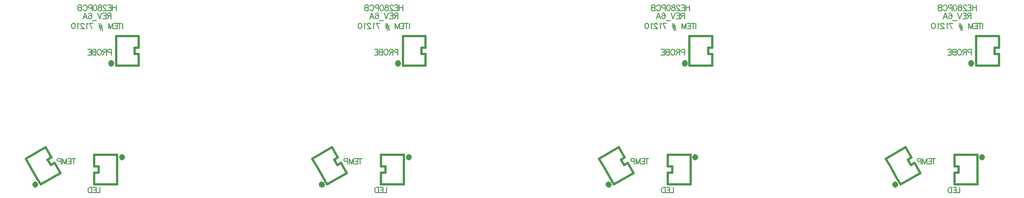
<source format=gbo>
G04 Layer_Color=32896*
%FSLAX24Y24*%
%MOIN*%
G70*
G01*
G75*
%ADD63C,0.0157*%
%ADD64C,0.0433*%
%ADD66C,0.0077*%
D63*
X12457Y13346D02*
X14150D01*
X12457D02*
X12457Y14055D01*
X12457Y14843D01*
X12457Y15551D02*
X12457Y14843D01*
X12457Y15551D02*
X14150D01*
Y13346D02*
Y14213D01*
X13835D02*
X14150D01*
X13835Y14685D02*
X13835Y14213D01*
X13835Y14685D02*
X14150Y14685D01*
Y15551D01*
X6857Y4524D02*
X8323Y5370D01*
X6502Y5137D02*
X6857Y4524D01*
X6108Y5819D02*
X6502Y5137D01*
X5754Y6433D02*
X6108Y5819D01*
X5754Y6433D02*
X7220Y7279D01*
X7890Y6120D02*
X8323Y5370D01*
X7617Y5963D02*
X7890Y6120D01*
X7381Y6372D02*
X7617Y5963D01*
X7381Y6372D02*
X7653Y6529D01*
X7220Y7279D02*
X7653Y6529D01*
X10849Y6722D02*
X12542D01*
Y6013D02*
Y6722D01*
Y5226D02*
Y6013D01*
Y4517D02*
Y5226D01*
X10849Y4517D02*
X12542D01*
X10849Y5856D02*
Y6722D01*
Y5856D02*
X11164Y5856D01*
Y5383D02*
Y5856D01*
X10849Y5383D02*
X11164D01*
X10849Y4517D02*
Y5383D01*
X33717Y13346D02*
X35410D01*
X33717D02*
X33717Y14055D01*
X33717Y14843D01*
X33717Y15551D02*
X33717Y14843D01*
X33717Y15551D02*
X35410D01*
Y13346D02*
Y14213D01*
X35095D02*
X35410D01*
X35095Y14685D02*
X35095Y14213D01*
X35095Y14685D02*
X35410Y14685D01*
Y15551D01*
X28116Y4524D02*
X29582Y5370D01*
X27762Y5137D02*
X28116Y4524D01*
X27368Y5819D02*
X27762Y5137D01*
X27014Y6433D02*
X27368Y5819D01*
X27014Y6433D02*
X28480Y7279D01*
X29149Y6120D02*
X29582Y5370D01*
X28877Y5963D02*
X29149Y6120D01*
X28640Y6372D02*
X28877Y5963D01*
X28640Y6372D02*
X28913Y6529D01*
X28480Y7279D02*
X28913Y6529D01*
X32109Y6722D02*
X33802D01*
Y6013D02*
Y6722D01*
Y5226D02*
Y6013D01*
Y4517D02*
Y5226D01*
X32109Y4517D02*
X33802D01*
X32109Y5856D02*
Y6722D01*
Y5856D02*
X32424Y5856D01*
Y5383D02*
Y5856D01*
X32109Y5383D02*
X32424D01*
X32109Y4517D02*
Y5383D01*
X54977Y13346D02*
X56670D01*
X54977D02*
X54977Y14055D01*
X54977Y14843D01*
X54977Y15551D02*
X54977Y14843D01*
X54977Y15551D02*
X56670D01*
Y13346D02*
Y14213D01*
X56355D02*
X56670D01*
X56355Y14685D02*
X56355Y14213D01*
X56355Y14685D02*
X56670Y14685D01*
Y15551D01*
X49376Y4524D02*
X50842Y5370D01*
X49022Y5137D02*
X49376Y4524D01*
X48628Y5819D02*
X49022Y5137D01*
X48274Y6433D02*
X48628Y5819D01*
X48274Y6433D02*
X49740Y7279D01*
X50409Y6120D02*
X50842Y5370D01*
X50136Y5963D02*
X50409Y6120D01*
X49900Y6372D02*
X50136Y5963D01*
X49900Y6372D02*
X50173Y6529D01*
X49740Y7279D02*
X50173Y6529D01*
X53369Y6722D02*
X55062D01*
Y6013D02*
Y6722D01*
Y5226D02*
Y6013D01*
Y4517D02*
Y5226D01*
X53369Y4517D02*
X55062D01*
X53369Y5856D02*
Y6722D01*
Y5856D02*
X53684Y5856D01*
Y5383D02*
Y5856D01*
X53369Y5383D02*
X53684D01*
X53369Y4517D02*
Y5383D01*
X76237Y13346D02*
X77930D01*
X76237D02*
X76237Y14055D01*
X76237Y14843D01*
X76237Y15551D02*
X76237Y14843D01*
X76237Y15551D02*
X77930D01*
Y13346D02*
Y14213D01*
X77615D02*
X77930D01*
X77615Y14685D02*
X77615Y14213D01*
X77615Y14685D02*
X77930Y14685D01*
Y15551D01*
X70636Y4524D02*
X72102Y5370D01*
X70282Y5137D02*
X70636Y4524D01*
X69888Y5819D02*
X70282Y5137D01*
X69534Y6433D02*
X69888Y5819D01*
X69534Y6433D02*
X71000Y7279D01*
X71669Y6120D02*
X72102Y5370D01*
X71396Y5963D02*
X71669Y6120D01*
X71160Y6372D02*
X71396Y5963D01*
X71160Y6372D02*
X71433Y6529D01*
X71000Y7279D02*
X71433Y6529D01*
X74629Y6722D02*
X76322D01*
Y6013D02*
Y6722D01*
Y5226D02*
Y6013D01*
Y4517D02*
Y5226D01*
X74629Y4517D02*
X76322D01*
X74629Y5856D02*
Y6722D01*
Y5856D02*
X74944Y5856D01*
Y5383D02*
Y5856D01*
X74629Y5383D02*
X74944D01*
X74629Y4517D02*
Y5383D01*
D64*
X12103Y13504D02*
X12103Y13543D01*
X6451Y4517D02*
X6471Y4483D01*
X12897Y6525D02*
Y6564D01*
X33363Y13504D02*
X33363Y13543D01*
X27711Y4517D02*
X27731Y4483D01*
X34157Y6525D02*
Y6564D01*
X54623Y13504D02*
X54623Y13543D01*
X48971Y4517D02*
X48991Y4483D01*
X55416Y6525D02*
Y6564D01*
X75883Y13504D02*
X75883Y13543D01*
X70231Y4517D02*
X70250Y4483D01*
X76676Y6525D02*
Y6564D01*
D66*
X12100Y17243D02*
Y16833D01*
Y17243D02*
X11924D01*
X11866Y17223D01*
X11846Y17204D01*
X11827Y17165D01*
Y17126D01*
X11846Y17087D01*
X11866Y17067D01*
X11924Y17047D01*
X12100D01*
X11963D02*
X11827Y16833D01*
X11481Y17243D02*
X11735D01*
Y16833D01*
X11481D01*
X11735Y17047D02*
X11579D01*
X11413Y17243D02*
X11257Y16833D01*
X11100Y17243D02*
X11257Y16833D01*
X11048Y16696D02*
X10735D01*
X10448Y17184D02*
X10468Y17223D01*
X10526Y17243D01*
X10565D01*
X10624Y17223D01*
X10663Y17165D01*
X10682Y17067D01*
Y16969D01*
X10663Y16891D01*
X10624Y16852D01*
X10565Y16833D01*
X10546D01*
X10487Y16852D01*
X10448Y16891D01*
X10429Y16950D01*
Y16969D01*
X10448Y17028D01*
X10487Y17067D01*
X10546Y17087D01*
X10565D01*
X10624Y17067D01*
X10663Y17028D01*
X10682Y16969D01*
X10026Y16833D02*
X10183Y17243D01*
X10339Y16833D01*
X10280Y16969D02*
X10085D01*
X12489Y17849D02*
Y17439D01*
X12215Y17849D02*
Y17439D01*
X12489Y17654D02*
X12215D01*
X11848Y17849D02*
X12102D01*
Y17439D01*
X11848D01*
X12102Y17654D02*
X11946D01*
X11760Y17752D02*
Y17771D01*
X11741Y17810D01*
X11721Y17830D01*
X11682Y17849D01*
X11604D01*
X11565Y17830D01*
X11545Y17810D01*
X11526Y17771D01*
Y17732D01*
X11545Y17693D01*
X11585Y17635D01*
X11780Y17439D01*
X11506D01*
X11317Y17849D02*
X11376Y17830D01*
X11395Y17791D01*
Y17752D01*
X11376Y17713D01*
X11337Y17693D01*
X11258Y17674D01*
X11200Y17654D01*
X11161Y17615D01*
X11141Y17576D01*
Y17517D01*
X11161Y17478D01*
X11180Y17459D01*
X11239Y17439D01*
X11317D01*
X11376Y17459D01*
X11395Y17478D01*
X11415Y17517D01*
Y17576D01*
X11395Y17615D01*
X11356Y17654D01*
X11298Y17674D01*
X11219Y17693D01*
X11180Y17713D01*
X11161Y17752D01*
Y17791D01*
X11180Y17830D01*
X11239Y17849D01*
X11317D01*
X10932D02*
X10991Y17830D01*
X11030Y17771D01*
X11050Y17674D01*
Y17615D01*
X11030Y17517D01*
X10991Y17459D01*
X10932Y17439D01*
X10893D01*
X10835Y17459D01*
X10796Y17517D01*
X10776Y17615D01*
Y17674D01*
X10796Y17771D01*
X10835Y17830D01*
X10893Y17849D01*
X10932D01*
X10684Y17635D02*
X10509D01*
X10450Y17654D01*
X10431Y17674D01*
X10411Y17713D01*
Y17771D01*
X10431Y17810D01*
X10450Y17830D01*
X10509Y17849D01*
X10684D01*
Y17439D01*
X10026Y17752D02*
X10046Y17791D01*
X10085Y17830D01*
X10124Y17849D01*
X10202D01*
X10241Y17830D01*
X10280Y17791D01*
X10300Y17752D01*
X10319Y17693D01*
Y17596D01*
X10300Y17537D01*
X10280Y17498D01*
X10241Y17459D01*
X10202Y17439D01*
X10124D01*
X10085Y17459D01*
X10046Y17498D01*
X10026Y17537D01*
X9911Y17849D02*
Y17439D01*
Y17849D02*
X9736D01*
X9677Y17830D01*
X9657Y17810D01*
X9638Y17771D01*
Y17732D01*
X9657Y17693D01*
X9677Y17674D01*
X9736Y17654D01*
X9911D02*
X9736D01*
X9677Y17635D01*
X9657Y17615D01*
X9638Y17576D01*
Y17517D01*
X9657Y17478D01*
X9677Y17459D01*
X9736Y17439D01*
X9911D01*
X12961Y16499D02*
Y16089D01*
X12738Y16499D02*
Y16089D01*
X12875Y16499D02*
X12602D01*
X12299D02*
X12553D01*
Y16089D01*
X12299D01*
X12553Y16304D02*
X12397D01*
X12231Y16499D02*
Y16089D01*
Y16499D02*
X12075Y16089D01*
X11918Y16499D02*
X12075Y16089D01*
X11918Y16499D02*
Y16089D01*
X11323Y16499D02*
X11460Y15953D01*
X11206Y16499D02*
X11342Y15953D01*
X11460Y16285D02*
X11186D01*
X11479Y16167D02*
X11206D01*
X10497Y16499D02*
X10692Y16089D01*
X10770Y16499D02*
X10497D01*
X10405Y16421D02*
X10366Y16441D01*
X10308Y16499D01*
Y16089D01*
X10085Y16402D02*
Y16421D01*
X10065Y16460D01*
X10046Y16480D01*
X10007Y16499D01*
X9929D01*
X9890Y16480D01*
X9870Y16460D01*
X9851Y16421D01*
Y16382D01*
X9870Y16343D01*
X9909Y16285D01*
X10105Y16089D01*
X9831D01*
X9739Y16421D02*
X9700Y16441D01*
X9642Y16499D01*
Y16089D01*
X9322Y16499D02*
X9380Y16480D01*
X9419Y16421D01*
X9439Y16324D01*
Y16265D01*
X9419Y16167D01*
X9380Y16109D01*
X9322Y16089D01*
X9283D01*
X9224Y16109D01*
X9185Y16167D01*
X9165Y16265D01*
Y16324D01*
X9185Y16421D01*
X9224Y16480D01*
X9283Y16499D01*
X9322D01*
X12120Y14335D02*
X11944D01*
X11886Y14354D01*
X11866Y14374D01*
X11847Y14413D01*
Y14471D01*
X11866Y14510D01*
X11886Y14530D01*
X11944Y14549D01*
X12120D01*
Y14139D01*
X11755Y14549D02*
Y14139D01*
Y14549D02*
X11579D01*
X11521Y14530D01*
X11501Y14510D01*
X11482Y14471D01*
Y14432D01*
X11501Y14393D01*
X11521Y14374D01*
X11579Y14354D01*
X11755D01*
X11618D02*
X11482Y14139D01*
X11273Y14549D02*
X11312Y14530D01*
X11351Y14491D01*
X11370Y14452D01*
X11390Y14393D01*
Y14296D01*
X11370Y14237D01*
X11351Y14198D01*
X11312Y14159D01*
X11273Y14139D01*
X11195D01*
X11155Y14159D01*
X11116Y14198D01*
X11097Y14237D01*
X11077Y14296D01*
Y14393D01*
X11097Y14452D01*
X11116Y14491D01*
X11155Y14530D01*
X11195Y14549D01*
X11273D01*
X10982D02*
Y14139D01*
Y14549D02*
X10806D01*
X10747Y14530D01*
X10728Y14510D01*
X10708Y14471D01*
Y14432D01*
X10728Y14393D01*
X10747Y14374D01*
X10806Y14354D01*
X10982D02*
X10806D01*
X10747Y14335D01*
X10728Y14315D01*
X10708Y14276D01*
Y14217D01*
X10728Y14178D01*
X10747Y14159D01*
X10806Y14139D01*
X10982D01*
X10363Y14549D02*
X10617D01*
Y14139D01*
X10363D01*
X10617Y14354D02*
X10460D01*
X9323Y6429D02*
Y6019D01*
X9460Y6429D02*
X9187D01*
X8884D02*
X9138D01*
Y6019D01*
X8884D01*
X9138Y6234D02*
X8982D01*
X8816Y6429D02*
Y6019D01*
Y6429D02*
X8659Y6019D01*
X8503Y6429D02*
X8659Y6019D01*
X8503Y6429D02*
Y6019D01*
X8386Y6215D02*
X8210D01*
X8152Y6234D01*
X8132Y6254D01*
X8113Y6293D01*
Y6351D01*
X8132Y6390D01*
X8152Y6410D01*
X8210Y6429D01*
X8386D01*
Y6019D01*
X11270Y4289D02*
Y3879D01*
X11036D01*
X10737Y4289D02*
X10991D01*
Y3879D01*
X10737D01*
X10991Y4094D02*
X10835D01*
X10669Y4289D02*
Y3879D01*
Y4289D02*
X10532D01*
X10473Y4270D01*
X10434Y4231D01*
X10415Y4192D01*
X10395Y4133D01*
Y4036D01*
X10415Y3977D01*
X10434Y3938D01*
X10473Y3899D01*
X10532Y3879D01*
X10669D01*
X33360Y17243D02*
Y16833D01*
Y17243D02*
X33184D01*
X33126Y17223D01*
X33106Y17204D01*
X33086Y17165D01*
Y17126D01*
X33106Y17087D01*
X33126Y17067D01*
X33184Y17047D01*
X33360D01*
X33223D02*
X33086Y16833D01*
X32741Y17243D02*
X32995D01*
Y16833D01*
X32741D01*
X32995Y17047D02*
X32839D01*
X32673Y17243D02*
X32516Y16833D01*
X32360Y17243D02*
X32516Y16833D01*
X32307Y16696D02*
X31995D01*
X31708Y17184D02*
X31728Y17223D01*
X31786Y17243D01*
X31825D01*
X31884Y17223D01*
X31923Y17165D01*
X31942Y17067D01*
Y16969D01*
X31923Y16891D01*
X31884Y16852D01*
X31825Y16833D01*
X31806D01*
X31747Y16852D01*
X31708Y16891D01*
X31688Y16950D01*
Y16969D01*
X31708Y17028D01*
X31747Y17067D01*
X31806Y17087D01*
X31825D01*
X31884Y17067D01*
X31923Y17028D01*
X31942Y16969D01*
X31286Y16833D02*
X31442Y17243D01*
X31599Y16833D01*
X31540Y16969D02*
X31345D01*
X33748Y17849D02*
Y17439D01*
X33475Y17849D02*
Y17439D01*
X33748Y17654D02*
X33475D01*
X33108Y17849D02*
X33362D01*
Y17439D01*
X33108D01*
X33362Y17654D02*
X33206D01*
X33020Y17752D02*
Y17771D01*
X33001Y17810D01*
X32981Y17830D01*
X32942Y17849D01*
X32864D01*
X32825Y17830D01*
X32805Y17810D01*
X32786Y17771D01*
Y17732D01*
X32805Y17693D01*
X32844Y17635D01*
X33040Y17439D01*
X32766D01*
X32577Y17849D02*
X32635Y17830D01*
X32655Y17791D01*
Y17752D01*
X32635Y17713D01*
X32596Y17693D01*
X32518Y17674D01*
X32460Y17654D01*
X32421Y17615D01*
X32401Y17576D01*
Y17517D01*
X32421Y17478D01*
X32440Y17459D01*
X32499Y17439D01*
X32577D01*
X32635Y17459D01*
X32655Y17478D01*
X32675Y17517D01*
Y17576D01*
X32655Y17615D01*
X32616Y17654D01*
X32557Y17674D01*
X32479Y17693D01*
X32440Y17713D01*
X32421Y17752D01*
Y17791D01*
X32440Y17830D01*
X32499Y17849D01*
X32577D01*
X32192D02*
X32251Y17830D01*
X32290Y17771D01*
X32309Y17674D01*
Y17615D01*
X32290Y17517D01*
X32251Y17459D01*
X32192Y17439D01*
X32153D01*
X32095Y17459D01*
X32056Y17517D01*
X32036Y17615D01*
Y17674D01*
X32056Y17771D01*
X32095Y17830D01*
X32153Y17849D01*
X32192D01*
X31944Y17635D02*
X31769D01*
X31710Y17654D01*
X31690Y17674D01*
X31671Y17713D01*
Y17771D01*
X31690Y17810D01*
X31710Y17830D01*
X31769Y17849D01*
X31944D01*
Y17439D01*
X31286Y17752D02*
X31306Y17791D01*
X31345Y17830D01*
X31384Y17849D01*
X31462D01*
X31501Y17830D01*
X31540Y17791D01*
X31560Y17752D01*
X31579Y17693D01*
Y17596D01*
X31560Y17537D01*
X31540Y17498D01*
X31501Y17459D01*
X31462Y17439D01*
X31384D01*
X31345Y17459D01*
X31306Y17498D01*
X31286Y17537D01*
X31171Y17849D02*
Y17439D01*
Y17849D02*
X30995D01*
X30937Y17830D01*
X30917Y17810D01*
X30898Y17771D01*
Y17732D01*
X30917Y17693D01*
X30937Y17674D01*
X30995Y17654D01*
X31171D02*
X30995D01*
X30937Y17635D01*
X30917Y17615D01*
X30898Y17576D01*
Y17517D01*
X30917Y17478D01*
X30937Y17459D01*
X30995Y17439D01*
X31171D01*
X34221Y16499D02*
Y16089D01*
X33998Y16499D02*
Y16089D01*
X34135Y16499D02*
X33862D01*
X33559D02*
X33813D01*
Y16089D01*
X33559D01*
X33813Y16304D02*
X33657D01*
X33491Y16499D02*
Y16089D01*
Y16499D02*
X33334Y16089D01*
X33178Y16499D02*
X33334Y16089D01*
X33178Y16499D02*
Y16089D01*
X32583Y16499D02*
X32719Y15953D01*
X32466Y16499D02*
X32602Y15953D01*
X32719Y16285D02*
X32446D01*
X32739Y16167D02*
X32466D01*
X31757Y16499D02*
X31952Y16089D01*
X32030Y16499D02*
X31757D01*
X31665Y16421D02*
X31626Y16441D01*
X31567Y16499D01*
Y16089D01*
X31345Y16402D02*
Y16421D01*
X31325Y16460D01*
X31306Y16480D01*
X31267Y16499D01*
X31189D01*
X31150Y16480D01*
X31130Y16460D01*
X31111Y16421D01*
Y16382D01*
X31130Y16343D01*
X31169Y16285D01*
X31364Y16089D01*
X31091D01*
X30999Y16421D02*
X30960Y16441D01*
X30902Y16499D01*
Y16089D01*
X30581Y16499D02*
X30640Y16480D01*
X30679Y16421D01*
X30699Y16324D01*
Y16265D01*
X30679Y16167D01*
X30640Y16109D01*
X30581Y16089D01*
X30542D01*
X30484Y16109D01*
X30445Y16167D01*
X30425Y16265D01*
Y16324D01*
X30445Y16421D01*
X30484Y16480D01*
X30542Y16499D01*
X30581D01*
X33380Y14335D02*
X33204D01*
X33146Y14354D01*
X33126Y14374D01*
X33106Y14413D01*
Y14471D01*
X33126Y14510D01*
X33146Y14530D01*
X33204Y14549D01*
X33380D01*
Y14139D01*
X33015Y14549D02*
Y14139D01*
Y14549D02*
X32839D01*
X32780Y14530D01*
X32761Y14510D01*
X32741Y14471D01*
Y14432D01*
X32761Y14393D01*
X32780Y14374D01*
X32839Y14354D01*
X33015D01*
X32878D02*
X32741Y14139D01*
X32532Y14549D02*
X32572Y14530D01*
X32611Y14491D01*
X32630Y14452D01*
X32650Y14393D01*
Y14296D01*
X32630Y14237D01*
X32611Y14198D01*
X32572Y14159D01*
X32532Y14139D01*
X32454D01*
X32415Y14159D01*
X32376Y14198D01*
X32357Y14237D01*
X32337Y14296D01*
Y14393D01*
X32357Y14452D01*
X32376Y14491D01*
X32415Y14530D01*
X32454Y14549D01*
X32532D01*
X32242D02*
Y14139D01*
Y14549D02*
X32066D01*
X32007Y14530D01*
X31988Y14510D01*
X31968Y14471D01*
Y14432D01*
X31988Y14393D01*
X32007Y14374D01*
X32066Y14354D01*
X32242D02*
X32066D01*
X32007Y14335D01*
X31988Y14315D01*
X31968Y14276D01*
Y14217D01*
X31988Y14178D01*
X32007Y14159D01*
X32066Y14139D01*
X32242D01*
X31623Y14549D02*
X31876D01*
Y14139D01*
X31623D01*
X31876Y14354D02*
X31720D01*
X30583Y6429D02*
Y6019D01*
X30720Y6429D02*
X30446D01*
X30144D02*
X30398D01*
Y6019D01*
X30144D01*
X30398Y6234D02*
X30241D01*
X30076Y6429D02*
Y6019D01*
Y6429D02*
X29919Y6019D01*
X29763Y6429D02*
X29919Y6019D01*
X29763Y6429D02*
Y6019D01*
X29646Y6215D02*
X29470D01*
X29412Y6234D01*
X29392Y6254D01*
X29373Y6293D01*
Y6351D01*
X29392Y6390D01*
X29412Y6410D01*
X29470Y6429D01*
X29646D01*
Y6019D01*
X32530Y4289D02*
Y3879D01*
X32296D01*
X31997Y4289D02*
X32251D01*
Y3879D01*
X31997D01*
X32251Y4094D02*
X32094D01*
X31928Y4289D02*
Y3879D01*
Y4289D02*
X31792D01*
X31733Y4270D01*
X31694Y4231D01*
X31675Y4192D01*
X31655Y4133D01*
Y4036D01*
X31675Y3977D01*
X31694Y3938D01*
X31733Y3899D01*
X31792Y3879D01*
X31928D01*
X54620Y17243D02*
Y16833D01*
Y17243D02*
X54444D01*
X54385Y17223D01*
X54366Y17204D01*
X54346Y17165D01*
Y17126D01*
X54366Y17087D01*
X54385Y17067D01*
X54444Y17047D01*
X54620D01*
X54483D02*
X54346Y16833D01*
X54001Y17243D02*
X54255D01*
Y16833D01*
X54001D01*
X54255Y17047D02*
X54098D01*
X53932Y17243D02*
X53776Y16833D01*
X53620Y17243D02*
X53776Y16833D01*
X53567Y16696D02*
X53255D01*
X52968Y17184D02*
X52987Y17223D01*
X53046Y17243D01*
X53085D01*
X53144Y17223D01*
X53183Y17165D01*
X53202Y17067D01*
Y16969D01*
X53183Y16891D01*
X53144Y16852D01*
X53085Y16833D01*
X53065D01*
X53007Y16852D01*
X52968Y16891D01*
X52948Y16950D01*
Y16969D01*
X52968Y17028D01*
X53007Y17067D01*
X53065Y17087D01*
X53085D01*
X53144Y17067D01*
X53183Y17028D01*
X53202Y16969D01*
X52546Y16833D02*
X52702Y17243D01*
X52859Y16833D01*
X52800Y16969D02*
X52605D01*
X55008Y17849D02*
Y17439D01*
X54735Y17849D02*
Y17439D01*
X55008Y17654D02*
X54735D01*
X54368Y17849D02*
X54622D01*
Y17439D01*
X54368D01*
X54622Y17654D02*
X54465D01*
X54280Y17752D02*
Y17771D01*
X54260Y17810D01*
X54241Y17830D01*
X54202Y17849D01*
X54124D01*
X54085Y17830D01*
X54065Y17810D01*
X54046Y17771D01*
Y17732D01*
X54065Y17693D01*
X54104Y17635D01*
X54299Y17439D01*
X54026D01*
X53837Y17849D02*
X53895Y17830D01*
X53915Y17791D01*
Y17752D01*
X53895Y17713D01*
X53856Y17693D01*
X53778Y17674D01*
X53720Y17654D01*
X53681Y17615D01*
X53661Y17576D01*
Y17517D01*
X53681Y17478D01*
X53700Y17459D01*
X53759Y17439D01*
X53837D01*
X53895Y17459D01*
X53915Y17478D01*
X53934Y17517D01*
Y17576D01*
X53915Y17615D01*
X53876Y17654D01*
X53817Y17674D01*
X53739Y17693D01*
X53700Y17713D01*
X53681Y17752D01*
Y17791D01*
X53700Y17830D01*
X53759Y17849D01*
X53837D01*
X53452D02*
X53511Y17830D01*
X53550Y17771D01*
X53569Y17674D01*
Y17615D01*
X53550Y17517D01*
X53511Y17459D01*
X53452Y17439D01*
X53413D01*
X53354Y17459D01*
X53315Y17517D01*
X53296Y17615D01*
Y17674D01*
X53315Y17771D01*
X53354Y17830D01*
X53413Y17849D01*
X53452D01*
X53204Y17635D02*
X53028D01*
X52970Y17654D01*
X52950Y17674D01*
X52931Y17713D01*
Y17771D01*
X52950Y17810D01*
X52970Y17830D01*
X53028Y17849D01*
X53204D01*
Y17439D01*
X52546Y17752D02*
X52566Y17791D01*
X52605Y17830D01*
X52644Y17849D01*
X52722D01*
X52761Y17830D01*
X52800Y17791D01*
X52819Y17752D01*
X52839Y17693D01*
Y17596D01*
X52819Y17537D01*
X52800Y17498D01*
X52761Y17459D01*
X52722Y17439D01*
X52644D01*
X52605Y17459D01*
X52566Y17498D01*
X52546Y17537D01*
X52431Y17849D02*
Y17439D01*
Y17849D02*
X52255D01*
X52197Y17830D01*
X52177Y17810D01*
X52158Y17771D01*
Y17732D01*
X52177Y17693D01*
X52197Y17674D01*
X52255Y17654D01*
X52431D02*
X52255D01*
X52197Y17635D01*
X52177Y17615D01*
X52158Y17576D01*
Y17517D01*
X52177Y17478D01*
X52197Y17459D01*
X52255Y17439D01*
X52431D01*
X55481Y16499D02*
Y16089D01*
X55258Y16499D02*
Y16089D01*
X55395Y16499D02*
X55121D01*
X54819D02*
X55073D01*
Y16089D01*
X54819D01*
X55073Y16304D02*
X54916D01*
X54750Y16499D02*
Y16089D01*
Y16499D02*
X54594Y16089D01*
X54438Y16499D02*
X54594Y16089D01*
X54438Y16499D02*
Y16089D01*
X53843Y16499D02*
X53979Y15953D01*
X53725Y16499D02*
X53862Y15953D01*
X53979Y16285D02*
X53706D01*
X53999Y16167D02*
X53725D01*
X53017Y16499D02*
X53212Y16089D01*
X53290Y16499D02*
X53017D01*
X52925Y16421D02*
X52886Y16441D01*
X52827Y16499D01*
Y16089D01*
X52605Y16402D02*
Y16421D01*
X52585Y16460D01*
X52566Y16480D01*
X52527Y16499D01*
X52449D01*
X52409Y16480D01*
X52390Y16460D01*
X52370Y16421D01*
Y16382D01*
X52390Y16343D01*
X52429Y16285D01*
X52624Y16089D01*
X52351D01*
X52259Y16421D02*
X52220Y16441D01*
X52161Y16499D01*
Y16089D01*
X51841Y16499D02*
X51900Y16480D01*
X51939Y16421D01*
X51958Y16324D01*
Y16265D01*
X51939Y16167D01*
X51900Y16109D01*
X51841Y16089D01*
X51802D01*
X51744Y16109D01*
X51705Y16167D01*
X51685Y16265D01*
Y16324D01*
X51705Y16421D01*
X51744Y16480D01*
X51802Y16499D01*
X51841D01*
X54640Y14335D02*
X54464D01*
X54405Y14354D01*
X54386Y14374D01*
X54366Y14413D01*
Y14471D01*
X54386Y14510D01*
X54405Y14530D01*
X54464Y14549D01*
X54640D01*
Y14139D01*
X54275Y14549D02*
Y14139D01*
Y14549D02*
X54099D01*
X54040Y14530D01*
X54021Y14510D01*
X54001Y14471D01*
Y14432D01*
X54021Y14393D01*
X54040Y14374D01*
X54099Y14354D01*
X54275D01*
X54138D02*
X54001Y14139D01*
X53792Y14549D02*
X53831Y14530D01*
X53870Y14491D01*
X53890Y14452D01*
X53909Y14393D01*
Y14296D01*
X53890Y14237D01*
X53870Y14198D01*
X53831Y14159D01*
X53792Y14139D01*
X53714D01*
X53675Y14159D01*
X53636Y14198D01*
X53617Y14237D01*
X53597Y14296D01*
Y14393D01*
X53617Y14452D01*
X53636Y14491D01*
X53675Y14530D01*
X53714Y14549D01*
X53792D01*
X53501D02*
Y14139D01*
Y14549D02*
X53326D01*
X53267Y14530D01*
X53248Y14510D01*
X53228Y14471D01*
Y14432D01*
X53248Y14393D01*
X53267Y14374D01*
X53326Y14354D01*
X53501D02*
X53326D01*
X53267Y14335D01*
X53248Y14315D01*
X53228Y14276D01*
Y14217D01*
X53248Y14178D01*
X53267Y14159D01*
X53326Y14139D01*
X53501D01*
X52882Y14549D02*
X53136D01*
Y14139D01*
X52882D01*
X53136Y14354D02*
X52980D01*
X51843Y6429D02*
Y6019D01*
X51980Y6429D02*
X51706D01*
X51404D02*
X51658D01*
Y6019D01*
X51404D01*
X51658Y6234D02*
X51501D01*
X51335Y6429D02*
Y6019D01*
Y6429D02*
X51179Y6019D01*
X51023Y6429D02*
X51179Y6019D01*
X51023Y6429D02*
Y6019D01*
X50906Y6215D02*
X50730D01*
X50672Y6234D01*
X50652Y6254D01*
X50632Y6293D01*
Y6351D01*
X50652Y6390D01*
X50672Y6410D01*
X50730Y6429D01*
X50906D01*
Y6019D01*
X53790Y4289D02*
Y3879D01*
X53555D01*
X53257Y4289D02*
X53510D01*
Y3879D01*
X53257D01*
X53510Y4094D02*
X53354D01*
X53188Y4289D02*
Y3879D01*
Y4289D02*
X53052D01*
X52993Y4270D01*
X52954Y4231D01*
X52934Y4192D01*
X52915Y4133D01*
Y4036D01*
X52934Y3977D01*
X52954Y3938D01*
X52993Y3899D01*
X53052Y3879D01*
X53188D01*
X75880Y17243D02*
Y16833D01*
Y17243D02*
X75704D01*
X75645Y17223D01*
X75626Y17204D01*
X75606Y17165D01*
Y17126D01*
X75626Y17087D01*
X75645Y17067D01*
X75704Y17047D01*
X75880D01*
X75743D02*
X75606Y16833D01*
X75261Y17243D02*
X75514D01*
Y16833D01*
X75261D01*
X75514Y17047D02*
X75358D01*
X75192Y17243D02*
X75036Y16833D01*
X74880Y17243D02*
X75036Y16833D01*
X74827Y16696D02*
X74515D01*
X74228Y17184D02*
X74247Y17223D01*
X74306Y17243D01*
X74345D01*
X74403Y17223D01*
X74442Y17165D01*
X74462Y17067D01*
Y16969D01*
X74442Y16891D01*
X74403Y16852D01*
X74345Y16833D01*
X74325D01*
X74267Y16852D01*
X74228Y16891D01*
X74208Y16950D01*
Y16969D01*
X74228Y17028D01*
X74267Y17067D01*
X74325Y17087D01*
X74345D01*
X74403Y17067D01*
X74442Y17028D01*
X74462Y16969D01*
X73806Y16833D02*
X73962Y17243D01*
X74118Y16833D01*
X74060Y16969D02*
X73865D01*
X76268Y17849D02*
Y17439D01*
X75995Y17849D02*
Y17439D01*
X76268Y17654D02*
X75995D01*
X75628Y17849D02*
X75881D01*
Y17439D01*
X75628D01*
X75881Y17654D02*
X75725D01*
X75540Y17752D02*
Y17771D01*
X75520Y17810D01*
X75501Y17830D01*
X75462Y17849D01*
X75384D01*
X75345Y17830D01*
X75325Y17810D01*
X75305Y17771D01*
Y17732D01*
X75325Y17693D01*
X75364Y17635D01*
X75559Y17439D01*
X75286D01*
X75097Y17849D02*
X75155Y17830D01*
X75175Y17791D01*
Y17752D01*
X75155Y17713D01*
X75116Y17693D01*
X75038Y17674D01*
X74979Y17654D01*
X74940Y17615D01*
X74921Y17576D01*
Y17517D01*
X74940Y17478D01*
X74960Y17459D01*
X75018Y17439D01*
X75097D01*
X75155Y17459D01*
X75175Y17478D01*
X75194Y17517D01*
Y17576D01*
X75175Y17615D01*
X75136Y17654D01*
X75077Y17674D01*
X74999Y17693D01*
X74960Y17713D01*
X74940Y17752D01*
Y17791D01*
X74960Y17830D01*
X75018Y17849D01*
X75097D01*
X74712D02*
X74771Y17830D01*
X74810Y17771D01*
X74829Y17674D01*
Y17615D01*
X74810Y17517D01*
X74771Y17459D01*
X74712Y17439D01*
X74673D01*
X74614Y17459D01*
X74575Y17517D01*
X74556Y17615D01*
Y17674D01*
X74575Y17771D01*
X74614Y17830D01*
X74673Y17849D01*
X74712D01*
X74464Y17635D02*
X74288D01*
X74230Y17654D01*
X74210Y17674D01*
X74191Y17713D01*
Y17771D01*
X74210Y17810D01*
X74230Y17830D01*
X74288Y17849D01*
X74464D01*
Y17439D01*
X73806Y17752D02*
X73825Y17791D01*
X73865Y17830D01*
X73904Y17849D01*
X73982D01*
X74021Y17830D01*
X74060Y17791D01*
X74079Y17752D01*
X74099Y17693D01*
Y17596D01*
X74079Y17537D01*
X74060Y17498D01*
X74021Y17459D01*
X73982Y17439D01*
X73904D01*
X73865Y17459D01*
X73825Y17498D01*
X73806Y17537D01*
X73691Y17849D02*
Y17439D01*
Y17849D02*
X73515D01*
X73456Y17830D01*
X73437Y17810D01*
X73417Y17771D01*
Y17732D01*
X73437Y17693D01*
X73456Y17674D01*
X73515Y17654D01*
X73691D02*
X73515D01*
X73456Y17635D01*
X73437Y17615D01*
X73417Y17576D01*
Y17517D01*
X73437Y17478D01*
X73456Y17459D01*
X73515Y17439D01*
X73691D01*
X76741Y16499D02*
Y16089D01*
X76518Y16499D02*
Y16089D01*
X76655Y16499D02*
X76381D01*
X76079D02*
X76333D01*
Y16089D01*
X76079D01*
X76333Y16304D02*
X76176D01*
X76010Y16499D02*
Y16089D01*
Y16499D02*
X75854Y16089D01*
X75698Y16499D02*
X75854Y16089D01*
X75698Y16499D02*
Y16089D01*
X75102Y16499D02*
X75239Y15953D01*
X74985Y16499D02*
X75122Y15953D01*
X75239Y16285D02*
X74966D01*
X75259Y16167D02*
X74985D01*
X74277Y16499D02*
X74472Y16089D01*
X74550Y16499D02*
X74277D01*
X74185Y16421D02*
X74146Y16441D01*
X74087Y16499D01*
Y16089D01*
X73865Y16402D02*
Y16421D01*
X73845Y16460D01*
X73825Y16480D01*
X73786Y16499D01*
X73708D01*
X73669Y16480D01*
X73650Y16460D01*
X73630Y16421D01*
Y16382D01*
X73650Y16343D01*
X73689Y16285D01*
X73884Y16089D01*
X73611D01*
X73519Y16421D02*
X73480Y16441D01*
X73421Y16499D01*
Y16089D01*
X73101Y16499D02*
X73160Y16480D01*
X73199Y16421D01*
X73218Y16324D01*
Y16265D01*
X73199Y16167D01*
X73160Y16109D01*
X73101Y16089D01*
X73062D01*
X73003Y16109D01*
X72964Y16167D01*
X72945Y16265D01*
Y16324D01*
X72964Y16421D01*
X73003Y16480D01*
X73062Y16499D01*
X73101D01*
X75900Y14335D02*
X75724D01*
X75665Y14354D01*
X75646Y14374D01*
X75626Y14413D01*
Y14471D01*
X75646Y14510D01*
X75665Y14530D01*
X75724Y14549D01*
X75900D01*
Y14139D01*
X75534Y14549D02*
Y14139D01*
Y14549D02*
X75359D01*
X75300Y14530D01*
X75281Y14510D01*
X75261Y14471D01*
Y14432D01*
X75281Y14393D01*
X75300Y14374D01*
X75359Y14354D01*
X75534D01*
X75398D02*
X75261Y14139D01*
X75052Y14549D02*
X75091Y14530D01*
X75130Y14491D01*
X75150Y14452D01*
X75169Y14393D01*
Y14296D01*
X75150Y14237D01*
X75130Y14198D01*
X75091Y14159D01*
X75052Y14139D01*
X74974D01*
X74935Y14159D01*
X74896Y14198D01*
X74876Y14237D01*
X74857Y14296D01*
Y14393D01*
X74876Y14452D01*
X74896Y14491D01*
X74935Y14530D01*
X74974Y14549D01*
X75052D01*
X74761D02*
Y14139D01*
Y14549D02*
X74585D01*
X74527Y14530D01*
X74507Y14510D01*
X74488Y14471D01*
Y14432D01*
X74507Y14393D01*
X74527Y14374D01*
X74585Y14354D01*
X74761D02*
X74585D01*
X74527Y14335D01*
X74507Y14315D01*
X74488Y14276D01*
Y14217D01*
X74507Y14178D01*
X74527Y14159D01*
X74585Y14139D01*
X74761D01*
X74142Y14549D02*
X74396D01*
Y14139D01*
X74142D01*
X74396Y14354D02*
X74240D01*
X73103Y6429D02*
Y6019D01*
X73240Y6429D02*
X72966D01*
X72664D02*
X72917D01*
Y6019D01*
X72664D01*
X72917Y6234D02*
X72761D01*
X72595Y6429D02*
Y6019D01*
Y6429D02*
X72439Y6019D01*
X72283Y6429D02*
X72439Y6019D01*
X72283Y6429D02*
Y6019D01*
X72166Y6215D02*
X71990D01*
X71931Y6234D01*
X71912Y6254D01*
X71892Y6293D01*
Y6351D01*
X71912Y6390D01*
X71931Y6410D01*
X71990Y6429D01*
X72166D01*
Y6019D01*
X75050Y4289D02*
Y3879D01*
X74815D01*
X74517Y4289D02*
X74770D01*
Y3879D01*
X74517D01*
X74770Y4094D02*
X74614D01*
X74448Y4289D02*
Y3879D01*
Y4289D02*
X74311D01*
X74253Y4270D01*
X74214Y4231D01*
X74194Y4192D01*
X74175Y4133D01*
Y4036D01*
X74194Y3977D01*
X74214Y3938D01*
X74253Y3899D01*
X74311Y3879D01*
X74448D01*
M02*

</source>
